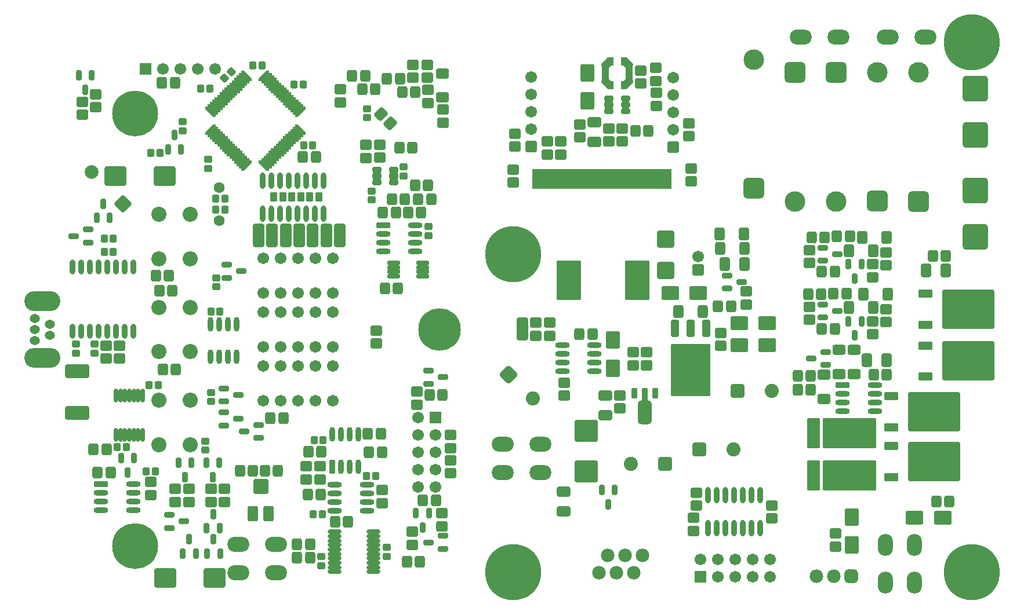
<source format=gts>
%FSTAX26Y26*%
%MOIN*%
%SFA1B1*%

%IPPOS*%
%AMD127*
4,1,8,-0.040200,-0.039400,0.040200,-0.039400,0.051200,-0.028300,0.051200,0.028300,0.040200,0.039400,-0.040200,0.039400,-0.051200,0.028300,-0.051200,-0.028300,-0.040200,-0.039400,0.0*
1,1,0.022180,-0.040200,-0.028300*
1,1,0.022180,0.040200,-0.028300*
1,1,0.022180,0.040200,0.028300*
1,1,0.022180,-0.040200,0.028300*
%
%AMD128*
4,1,8,0.029600,-0.021800,0.029600,0.021800,0.017900,0.033500,-0.017900,0.033500,-0.029600,0.021800,-0.029600,-0.021800,-0.017900,-0.033500,0.017900,-0.033500,0.029600,-0.021800,0.0*
1,1,0.023360,0.017900,-0.021800*
1,1,0.023360,0.017900,0.021800*
1,1,0.023360,-0.017900,0.021800*
1,1,0.023360,-0.017900,-0.021800*
%
%AMD129*
4,1,8,0.026100,0.028600,-0.026100,0.028600,-0.037500,0.017200,-0.037500,-0.017200,-0.026100,-0.028600,0.026100,-0.028600,0.037500,-0.017200,0.037500,0.017200,0.026100,0.028600,0.0*
1,1,0.022760,0.026100,0.017200*
1,1,0.022760,-0.026100,0.017200*
1,1,0.022760,-0.026100,-0.017200*
1,1,0.022760,0.026100,-0.017200*
%
%AMD130*
4,1,8,0.029600,-0.008300,0.029600,0.008300,0.022000,0.015800,-0.022000,0.015800,-0.029600,0.008300,-0.029600,-0.008300,-0.022000,-0.015800,0.022000,-0.015800,0.029600,-0.008300,0.0*
1,1,0.015080,0.022000,-0.008300*
1,1,0.015080,0.022000,0.008300*
1,1,0.015080,-0.022000,0.008300*
1,1,0.015080,-0.022000,-0.008300*
%
%AMD131*
4,1,8,0.029600,-0.027800,0.029600,0.027800,0.017900,0.039400,-0.017900,0.039400,-0.029600,0.027800,-0.029600,-0.027800,-0.017900,-0.039400,0.017900,-0.039400,0.029600,-0.027800,0.0*
1,1,0.023360,0.017900,-0.027800*
1,1,0.023360,0.017900,0.027800*
1,1,0.023360,-0.017900,0.027800*
1,1,0.023360,-0.017900,-0.027800*
%
%AMD132*
4,1,8,0.021800,0.029600,-0.021800,0.029600,-0.033500,0.017900,-0.033500,-0.017900,-0.021800,-0.029600,0.021800,-0.029600,0.033500,-0.017900,0.033500,0.017900,0.021800,0.029600,0.0*
1,1,0.023360,0.021800,0.017900*
1,1,0.023360,-0.021800,0.017900*
1,1,0.023360,-0.021800,-0.017900*
1,1,0.023360,0.021800,-0.017900*
%
%AMD133*
4,1,8,0.049300,-0.036200,0.049300,0.036200,0.036200,0.049300,-0.036200,0.049300,-0.049300,0.036200,-0.049300,-0.036200,-0.036200,-0.049300,0.036200,-0.049300,0.049300,-0.036200,0.0*
1,1,0.026120,0.036200,-0.036200*
1,1,0.026120,0.036200,0.036200*
1,1,0.026120,-0.036200,0.036200*
1,1,0.026120,-0.036200,-0.036200*
%
%AMD134*
4,1,8,-0.028600,0.026100,-0.028600,-0.026100,-0.017200,-0.037500,0.017200,-0.037500,0.028600,-0.026100,0.028600,0.026100,0.017200,0.037500,-0.017200,0.037500,-0.028600,0.026100,0.0*
1,1,0.022760,-0.017200,0.026100*
1,1,0.022760,-0.017200,-0.026100*
1,1,0.022760,0.017200,-0.026100*
1,1,0.022760,0.017200,0.026100*
%
%AMD136*
4,1,8,0.020800,0.033100,-0.020800,0.033100,-0.033500,0.020400,-0.033500,-0.020400,-0.020800,-0.033100,0.020800,-0.033100,0.033500,-0.020400,0.033500,0.020400,0.020800,0.033100,0.0*
1,1,0.025480,0.020800,0.020400*
1,1,0.025480,-0.020800,0.020400*
1,1,0.025480,-0.020800,-0.020400*
1,1,0.025480,0.020800,-0.020400*
%
%AMD137*
4,1,8,0.013800,0.049000,-0.013800,0.049000,-0.023700,0.039100,-0.023700,-0.039100,-0.013800,-0.049000,0.013800,-0.049000,0.023700,-0.039100,0.023700,0.039100,0.013800,0.049000,0.0*
1,1,0.019820,0.013800,0.039100*
1,1,0.019820,-0.013800,0.039100*
1,1,0.019820,-0.013800,-0.039100*
1,1,0.019820,0.013800,-0.039100*
%
%AMD138*
4,1,8,0.104700,0.151600,-0.104700,0.151600,-0.114200,0.142100,-0.114200,-0.142100,-0.104700,-0.151600,0.104700,-0.151600,0.114200,-0.142100,0.114200,0.142100,0.104700,0.151600,0.0*
1,1,0.019020,0.104700,0.142100*
1,1,0.019020,-0.104700,0.142100*
1,1,0.019020,-0.104700,-0.142100*
1,1,0.019020,0.104700,-0.142100*
%
%AMD139*
4,1,8,0.008300,0.029600,-0.008300,0.029600,-0.015800,0.022000,-0.015800,-0.022000,-0.008300,-0.029600,0.008300,-0.029600,0.015800,-0.022000,0.015800,0.022000,0.008300,0.029600,0.0*
1,1,0.015080,0.008300,0.022000*
1,1,0.015080,-0.008300,0.022000*
1,1,0.015080,-0.008300,-0.022000*
1,1,0.015080,0.008300,-0.022000*
%
%AMD140*
4,1,8,-0.149700,0.102900,-0.149700,-0.102900,-0.140300,-0.112300,0.140300,-0.112300,0.149700,-0.102900,0.149700,0.102900,0.140300,0.112300,-0.140300,0.112300,-0.149700,0.102900,0.0*
1,1,0.018820,-0.140300,0.102900*
1,1,0.018820,-0.140300,-0.102900*
1,1,0.018820,0.140300,-0.102900*
1,1,0.018820,0.140300,0.102900*
%
%AMD141*
4,1,8,-0.041400,0.015000,-0.041400,-0.015000,-0.033700,-0.022700,0.033700,-0.022700,0.041400,-0.015000,0.041400,0.015000,0.033700,0.022700,-0.033700,0.022700,-0.041400,0.015000,0.0*
1,1,0.015480,-0.033700,0.015000*
1,1,0.015480,-0.033700,-0.015000*
1,1,0.015480,0.033700,-0.015000*
1,1,0.015480,0.033700,0.015000*
%
%AMD142*
4,1,8,0.071500,-0.103500,0.071500,0.103500,0.060700,0.114200,-0.060700,0.114200,-0.071500,0.103500,-0.071500,-0.103500,-0.060700,-0.114200,0.060700,-0.114200,0.071500,-0.103500,0.0*
1,1,0.021500,0.060700,-0.103500*
1,1,0.021500,0.060700,0.103500*
1,1,0.021500,-0.060700,0.103500*
1,1,0.021500,-0.060700,-0.103500*
%
%AMD143*
4,1,8,-0.039400,0.040200,-0.039400,-0.040200,-0.028300,-0.051200,0.028300,-0.051200,0.039400,-0.040200,0.039400,0.040200,0.028300,0.051200,-0.028300,0.051200,-0.039400,0.040200,0.0*
1,1,0.022180,-0.028300,0.040200*
1,1,0.022180,-0.028300,-0.040200*
1,1,0.022180,0.028300,-0.040200*
1,1,0.022180,0.028300,0.040200*
%
%AMD144*
4,1,8,0.027800,0.029600,-0.027800,0.029600,-0.039400,0.017900,-0.039400,-0.017900,-0.027800,-0.029600,0.027800,-0.029600,0.039400,-0.017900,0.039400,0.017900,0.027800,0.029600,0.0*
1,1,0.023360,0.027800,0.017900*
1,1,0.023360,-0.027800,0.017900*
1,1,0.023360,-0.027800,-0.017900*
1,1,0.023360,0.027800,-0.017900*
%
%AMD145*
4,1,8,0.052000,0.064000,-0.052000,0.064000,-0.068000,0.048000,-0.068000,-0.048000,-0.052000,-0.064000,0.052000,-0.064000,0.068000,-0.048000,0.068000,0.048000,0.052000,0.064000,0.0*
1,1,0.032000,0.052000,0.048000*
1,1,0.032000,-0.052000,0.048000*
1,1,0.032000,-0.052000,-0.048000*
1,1,0.032000,0.052000,-0.048000*
%
%AMD146*
4,1,8,-0.018700,-0.069000,0.018700,-0.069000,0.041400,-0.046300,0.041400,0.046300,0.018700,0.069000,-0.018700,0.069000,-0.041400,0.046300,-0.041400,-0.046300,-0.018700,-0.069000,0.0*
1,1,0.045400,-0.018700,-0.046300*
1,1,0.045400,0.018700,-0.046300*
1,1,0.045400,0.018700,0.046300*
1,1,0.045400,-0.018700,0.046300*
%
%AMD147*
4,1,8,-0.006900,-0.044400,0.006900,-0.044400,0.017800,-0.033500,0.017800,0.033500,0.006900,0.044400,-0.006900,0.044400,-0.017800,0.033500,-0.017800,-0.033500,-0.006900,-0.044400,0.0*
1,1,0.021780,-0.006900,-0.033500*
1,1,0.021780,0.006900,-0.033500*
1,1,0.021780,0.006900,0.033500*
1,1,0.021780,-0.006900,0.033500*
%
%AMD148*
4,1,8,-0.006900,-0.030600,0.006900,-0.030600,0.017800,-0.019700,0.017800,0.019700,0.006900,0.030600,-0.006900,0.030600,-0.017800,0.019700,-0.017800,-0.019700,-0.006900,-0.030600,0.0*
1,1,0.021780,-0.006900,-0.019700*
1,1,0.021780,0.006900,-0.019700*
1,1,0.021780,0.006900,0.019700*
1,1,0.021780,-0.006900,0.019700*
%
%AMD149*
4,1,8,-0.142000,-0.088100,0.142000,-0.088100,0.154400,-0.075600,0.154400,0.075600,0.142000,0.088100,-0.142000,0.088100,-0.154400,0.075600,-0.154400,-0.075600,-0.142000,-0.088100,0.0*
1,1,0.024820,-0.142000,-0.075600*
1,1,0.024820,0.142000,-0.075600*
1,1,0.024820,0.142000,0.075600*
1,1,0.024820,-0.142000,0.075600*
%
%AMD150*
4,1,8,-0.029400,-0.088100,0.029400,-0.088100,0.036700,-0.080800,0.036700,0.080800,0.029400,0.088100,-0.029400,0.088100,-0.036700,0.080800,-0.036700,-0.080800,-0.029400,-0.088100,0.0*
1,1,0.014540,-0.029400,-0.080800*
1,1,0.014540,0.029400,-0.080800*
1,1,0.014540,0.029400,0.080800*
1,1,0.014540,-0.029400,0.080800*
%
%AMD152*
4,1,8,-0.041400,0.008300,-0.041400,-0.008300,-0.033900,-0.015800,0.033900,-0.015800,0.041400,-0.008300,0.041400,0.008300,0.033900,0.015800,-0.033900,0.015800,-0.041400,0.008300,0.0*
1,1,0.015080,-0.033900,0.008300*
1,1,0.015080,-0.033900,-0.008300*
1,1,0.015080,0.033900,-0.008300*
1,1,0.015080,0.033900,0.008300*
%
%AMD154*
4,1,8,-0.025700,0.010200,-0.025700,-0.010200,-0.019100,-0.016800,0.019100,-0.016800,0.025700,-0.010200,0.025700,0.010200,0.019100,0.016800,-0.019100,0.016800,-0.025700,0.010200,0.0*
1,1,0.013120,-0.019100,0.010200*
1,1,0.013120,-0.019100,-0.010200*
1,1,0.013120,0.019100,-0.010200*
1,1,0.013120,0.019100,0.010200*
%
%AMD155*
4,1,8,0.012600,0.021100,-0.012600,0.021100,-0.021700,0.012000,-0.021700,-0.012000,-0.012600,-0.021100,0.012600,-0.021100,0.021700,-0.012000,0.021700,0.012000,0.012600,0.021100,0.0*
1,1,0.018280,0.012600,0.012000*
1,1,0.018280,-0.012600,0.012000*
1,1,0.018280,-0.012600,-0.012000*
1,1,0.018280,0.012600,-0.012000*
%
%AMD156*
4,1,8,0.016100,0.013000,-0.016100,0.013000,-0.021000,0.008100,-0.021000,-0.008100,-0.016100,-0.013000,0.016100,-0.013000,0.021000,-0.008100,0.021000,0.008100,0.016100,0.013000,0.0*
1,1,0.009800,0.016100,0.008100*
1,1,0.009800,-0.016100,0.008100*
1,1,0.009800,-0.016100,-0.008100*
1,1,0.009800,0.016100,-0.008100*
%
%AMD157*
4,1,8,0.056300,0.039400,-0.056300,0.039400,-0.070900,0.024800,-0.070900,-0.024800,-0.056300,-0.039400,0.056300,-0.039400,0.070900,-0.024800,0.070900,0.024800,0.056300,0.039400,0.0*
1,1,0.029260,0.056300,0.024800*
1,1,0.029260,-0.056300,0.024800*
1,1,0.029260,-0.056300,-0.024800*
1,1,0.029260,0.056300,-0.024800*
%
%AMD159*
4,1,8,0.021100,-0.012600,0.021100,0.012600,0.012000,0.021700,-0.012000,0.021700,-0.021100,0.012600,-0.021100,-0.012600,-0.012000,-0.021700,0.012000,-0.021700,0.021100,-0.012600,0.0*
1,1,0.018280,0.012000,-0.012600*
1,1,0.018280,0.012000,0.012600*
1,1,0.018280,-0.012000,0.012600*
1,1,0.018280,-0.012000,-0.012600*
%
%AMD161*
4,1,8,-0.048400,-0.057100,0.048400,-0.057100,0.063100,-0.042500,0.063100,0.042500,0.048400,0.057100,-0.048400,0.057100,-0.063100,0.042500,-0.063100,-0.042500,-0.048400,-0.057100,0.0*
1,1,0.029260,-0.048400,-0.042500*
1,1,0.029260,0.048400,-0.042500*
1,1,0.029260,0.048400,0.042500*
1,1,0.029260,-0.048400,0.042500*
%
%AMD162*
4,1,8,0.005500,-0.036300,0.036300,-0.005500,0.036300,0.011000,0.011000,0.036300,-0.005500,0.036300,-0.036300,0.005500,-0.036300,-0.011000,-0.011000,-0.036300,0.005500,-0.036300,0.0*
1,1,0.023360,-0.002800,-0.028100*
1,1,0.023360,0.028100,0.002800*
1,1,0.023360,0.002800,0.028100*
1,1,0.023360,-0.028100,-0.002800*
%
%AMD163*
4,1,8,-0.008300,-0.041400,0.008300,-0.041400,0.015800,-0.033900,0.015800,0.033900,0.008300,0.041400,-0.008300,0.041400,-0.015800,0.033900,-0.015800,-0.033900,-0.008300,-0.041400,0.0*
1,1,0.015080,-0.008300,-0.033900*
1,1,0.015080,0.008300,-0.033900*
1,1,0.015080,0.008300,0.033900*
1,1,0.015080,-0.008300,0.033900*
%
%AMD166*
4,1,8,-0.031500,-0.043400,0.031500,-0.043400,0.043400,-0.031500,0.043400,0.031500,0.031500,0.043400,-0.031500,0.043400,-0.043400,0.031500,-0.043400,-0.031500,-0.031500,-0.043400,0.0*
1,1,0.023740,-0.031500,-0.031500*
1,1,0.023740,0.031500,-0.031500*
1,1,0.023740,0.031500,0.031500*
1,1,0.023740,-0.031500,0.031500*
%
%AMD167*
4,1,8,-0.020500,-0.043400,0.020500,-0.043400,0.029600,-0.034200,0.029600,0.034200,0.020500,0.043400,-0.020500,0.043400,-0.029600,0.034200,-0.029600,-0.034200,-0.020500,-0.043400,0.0*
1,1,0.018240,-0.020500,-0.034200*
1,1,0.018240,0.020500,-0.034200*
1,1,0.018240,0.020500,0.034200*
1,1,0.018240,-0.020500,0.034200*
%
%AMD169*
4,1,4,0.013600,-0.028400,0.028400,-0.013600,-0.013600,0.028400,-0.028400,0.013600,0.013600,-0.028400,0.0*
1,1,0.020870,0.021000,-0.021000*
1,1,0.020870,-0.021000,0.021000*
%
%AMD170*
4,1,4,0.028400,0.013600,0.013600,0.028400,-0.028400,-0.013600,-0.013600,-0.028400,0.028400,0.013600,0.0*
1,1,0.020870,0.021000,0.021000*
1,1,0.020870,-0.021000,-0.021000*
%
%AMD171*
4,1,8,-0.023800,-0.006000,-0.006000,-0.023800,0.006900,-0.023800,0.023800,-0.006900,0.023800,0.006000,0.006000,0.023800,-0.006900,0.023800,-0.023800,0.006900,-0.023800,-0.006000,0.0*
1,1,0.018280,-0.017400,0.000400*
1,1,0.018280,0.000400,-0.017400*
1,1,0.018280,0.017400,-0.000400*
1,1,0.018280,-0.000400,0.017400*
%
%AMD174*
4,1,8,-0.025500,-0.040400,0.025500,-0.040400,0.040400,-0.025500,0.040400,0.025500,0.025500,0.040400,-0.025500,0.040400,-0.040400,0.025500,-0.040400,-0.025500,-0.025500,-0.040400,0.0*
1,1,0.029860,-0.025500,-0.025500*
1,1,0.029860,0.025500,-0.025500*
1,1,0.029860,0.025500,0.025500*
1,1,0.029860,-0.025500,0.025500*
%
%AMD177*
4,1,8,0.059100,-0.038600,0.059100,0.038600,0.038600,0.059100,-0.038600,0.059100,-0.059100,0.038600,-0.059100,-0.038600,-0.038600,-0.059100,0.038600,-0.059100,0.059100,-0.038600,0.0*
1,1,0.041080,0.038600,-0.038600*
1,1,0.041080,0.038600,0.038600*
1,1,0.041080,-0.038600,0.038600*
1,1,0.041080,-0.038600,-0.038600*
%
%AMD179*
4,1,8,0.072900,-0.055100,0.072900,0.055100,0.055100,0.072900,-0.055100,0.072900,-0.072900,0.055100,-0.072900,-0.055100,-0.055100,-0.072900,0.055100,-0.072900,0.072900,-0.055100,0.0*
1,1,0.035560,0.055100,-0.055100*
1,1,0.035560,0.055100,0.055100*
1,1,0.035560,-0.055100,0.055100*
1,1,0.035560,-0.055100,-0.055100*
%
%AMD180*
4,1,8,0.046600,0.010500,0.010500,0.046600,-0.010500,0.046600,-0.046600,0.010500,-0.046600,-0.010500,-0.010500,-0.046600,0.010500,-0.046600,0.046600,-0.010500,0.046600,0.010500,0.0*
1,1,0.029860,0.036100,0.000000*
1,1,0.029860,0.000000,0.036100*
1,1,0.029860,-0.036100,0.000000*
1,1,0.029860,0.000000,-0.036100*
%
%AMD182*
4,1,8,-0.033500,0.020700,-0.033500,-0.020700,-0.020700,-0.033500,0.020700,-0.033500,0.033500,-0.020700,0.033500,0.020700,0.020700,0.033500,-0.020700,0.033500,-0.033500,0.020700,0.0*
1,1,0.025720,-0.020700,0.020700*
1,1,0.025720,-0.020700,-0.020700*
1,1,0.025720,0.020700,-0.020700*
1,1,0.025720,0.020700,0.020700*
%
%AMD186*
4,1,8,-0.017500,-0.039000,0.017500,-0.039000,0.039000,-0.017500,0.039000,0.017500,0.017500,0.039000,-0.017500,0.039000,-0.039000,0.017500,-0.039000,-0.017500,-0.017500,-0.039000,0.0*
1,1,0.043000,-0.017500,-0.017500*
1,1,0.043000,0.017500,-0.017500*
1,1,0.043000,0.017500,0.017500*
1,1,0.043000,-0.017500,0.017500*
%
%AMD191*
4,1,8,0.045400,0.010300,0.010300,0.045400,-0.010300,0.045400,-0.045400,0.010300,-0.045400,-0.010300,-0.010300,-0.045400,0.010300,-0.045400,0.045400,-0.010300,0.045400,0.010300,0.0*
1,1,0.029260,0.035100,0.000000*
1,1,0.029260,0.000000,0.035100*
1,1,0.029260,-0.035100,0.000000*
1,1,0.029260,0.000000,-0.035100*
%
%ADD121R,0.066000X0.028000*%
%ADD122R,0.799210X0.115160*%
%ADD123R,0.045000X0.088000*%
%ADD124R,0.043000X0.089000*%
%ADD125R,0.046000X0.104000*%
%ADD126R,0.042000X0.022000*%
G04~CAMADD=127~8~0.0~0.0~1024.9~788.7~110.9~0.0~15~0.0~0.0~0.0~0.0~0~0.0~0.0~0.0~0.0~0~0.0~0.0~0.0~180.0~1024.0~788.0*
%ADD127D127*%
G04~CAMADD=128~8~0.0~0.0~670.6~591.8~116.8~0.0~15~0.0~0.0~0.0~0.0~0~0.0~0.0~0.0~0.0~0~0.0~0.0~0.0~270.0~592.0~670.0*
%ADD128D128*%
G04~CAMADD=129~8~0.0~0.0~749.3~572.1~113.8~0.0~15~0.0~0.0~0.0~0.0~0~0.0~0.0~0.0~0.0~0~0.0~0.0~0.0~0.0~749.3~572.1*
%ADD129D129*%
G04~CAMADD=130~8~0.0~0.0~316.2~591.8~75.4~0.0~15~0.0~0.0~0.0~0.0~0~0.0~0.0~0.0~0.0~0~0.0~0.0~0.0~270.0~592.0~316.0*
%ADD130D130*%
G04~CAMADD=131~8~0.0~0.0~788.7~591.8~116.8~0.0~15~0.0~0.0~0.0~0.0~0~0.0~0.0~0.0~0.0~0~0.0~0.0~0.0~270.0~592.0~788.0*
%ADD131D131*%
G04~CAMADD=132~8~0.0~0.0~670.6~591.8~116.8~0.0~15~0.0~0.0~0.0~0.0~0~0.0~0.0~0.0~0.0~0~0.0~0.0~0.0~0.0~670.6~591.8*
%ADD132D132*%
G04~CAMADD=133~8~0.0~0.0~985.5~985.5~130.6~0.0~15~0.0~0.0~0.0~0.0~0~0.0~0.0~0.0~0.0~0~0.0~0.0~0.0~270.0~986.0~986.0*
%ADD133D133*%
G04~CAMADD=134~8~0.0~0.0~749.3~572.1~113.8~0.0~15~0.0~0.0~0.0~0.0~0~0.0~0.0~0.0~0.0~0~0.0~0.0~0.0~90.0~572.0~750.0*
%ADD134D134*%
%ADD135O,0.082800X0.031620*%
G04~CAMADD=136~8~0.0~0.0~670.6~662.7~127.4~0.0~15~0.0~0.0~0.0~0.0~0~0.0~0.0~0.0~0.0~0~0.0~0.0~0.0~0.0~670.6~662.7*
%ADD136D136*%
G04~CAMADD=137~8~0.0~0.0~473.7~980.0~99.1~0.0~15~0.0~0.0~0.0~0.0~0~0.0~0.0~0.0~0.0~0~0.0~0.0~0.0~0.0~473.7~980.0*
%ADD137D137*%
G04~CAMADD=138~8~0.0~0.0~2284.7~3032.8~95.1~0.0~15~0.0~0.0~0.0~0.0~0~0.0~0.0~0.0~0.0~0~0.0~0.0~0.0~0.0~2284.7~3032.8*
%ADD138D138*%
G04~CAMADD=139~8~0.0~0.0~316.2~591.8~75.4~0.0~15~0.0~0.0~0.0~0.0~0~0.0~0.0~0.0~0.0~0~0.0~0.0~0.0~0.0~316.2~591.8*
%ADD139D139*%
G04~CAMADD=140~8~0.0~0.0~2245.3~2993.4~94.1~0.0~15~0.0~0.0~0.0~0.0~0~0.0~0.0~0.0~0.0~0~0.0~0.0~0.0~90.0~2994.0~2246.0*
%ADD140D140*%
G04~CAMADD=141~8~0.0~0.0~454.0~828.0~77.4~0.0~15~0.0~0.0~0.0~0.0~0~0.0~0.0~0.0~0.0~0~0.0~0.0~0.0~90.0~828.0~454.0*
%ADD141D141*%
G04~CAMADD=142~8~0.0~0.0~2284.7~1430.0~107.5~0.0~15~0.0~0.0~0.0~0.0~0~0.0~0.0~0.0~0.0~0~0.0~0.0~0.0~270.0~1430.0~2284.0*
%ADD142D142*%
G04~CAMADD=143~8~0.0~0.0~1024.9~788.7~110.9~0.0~15~0.0~0.0~0.0~0.0~0~0.0~0.0~0.0~0.0~0~0.0~0.0~0.0~90.0~788.0~1024.0*
%ADD143D143*%
G04~CAMADD=144~8~0.0~0.0~788.7~591.8~116.8~0.0~15~0.0~0.0~0.0~0.0~0~0.0~0.0~0.0~0.0~0~0.0~0.0~0.0~0.0~788.7~591.8*
%ADD144D144*%
G04~CAMADD=145~8~0.0~0.0~1359.5~1280.0~160.0~0.0~15~0.0~0.0~0.0~0.0~0~0.0~0.0~0.0~0.0~0~0.0~0.0~0.0~0.0~1359.5~1280.0*
%ADD145D145*%
G04~CAMADD=146~8~0.0~0.0~828.0~1379.2~227.0~0.0~15~0.0~0.0~0.0~0.0~0~0.0~0.0~0.0~0.0~0~0.0~0.0~0.0~180.0~829.0~1380.0*
%ADD146D146*%
G04~CAMADD=147~8~0.0~0.0~355.6~888.7~108.9~0.0~15~0.0~0.0~0.0~0.0~0~0.0~0.0~0.0~0.0~0~0.0~0.0~0.0~180.0~356.0~889.0*
%ADD147D147*%
G04~CAMADD=148~8~0.0~0.0~355.6~611.5~108.9~0.0~15~0.0~0.0~0.0~0.0~0~0.0~0.0~0.0~0.0~0~0.0~0.0~0.0~180.0~356.0~612.0*
%ADD148D148*%
G04~CAMADD=149~8~0.0~0.0~3087.9~1761.1~124.1~0.0~15~0.0~0.0~0.0~0.0~0~0.0~0.0~0.0~0.0~0~0.0~0.0~0.0~180.0~3088.0~1761.0*
%ADD149D149*%
G04~CAMADD=150~8~0.0~0.0~733.5~1761.1~72.7~0.0~15~0.0~0.0~0.0~0.0~0~0.0~0.0~0.0~0.0~0~0.0~0.0~0.0~180.0~734.0~1762.0*
%ADD150D150*%
%ADD151O,0.031620X0.094610*%
G04~CAMADD=152~8~0.0~0.0~316.2~828.0~75.4~0.0~15~0.0~0.0~0.0~0.0~0~0.0~0.0~0.0~0.0~0~0.0~0.0~0.0~90.0~828.0~316.0*
%ADD152D152*%
%ADD153R,0.043430X0.106420*%
G04~CAMADD=154~8~0.0~0.0~335.9~513.1~65.6~0.0~15~0.0~0.0~0.0~0.0~0~0.0~0.0~0.0~0.0~0~0.0~0.0~0.0~90.0~514.0~336.0*
%ADD154D154*%
G04~CAMADD=155~8~0.0~0.0~434.3~422.5~91.4~0.0~15~0.0~0.0~0.0~0.0~0~0.0~0.0~0.0~0.0~0~0.0~0.0~0.0~0.0~434.3~422.5*
%ADD155D155*%
G04~CAMADD=156~8~0.0~0.0~420.0~260.0~49.0~0.0~15~0.0~0.0~0.0~0.0~0~0.0~0.0~0.0~0.0~0~0.0~0.0~0.0~0.0~420.0~260.0*
%ADD156D156*%
G04~CAMADD=157~8~0.0~0.0~1418.6~788.7~146.3~0.0~15~0.0~0.0~0.0~0.0~0~0.0~0.0~0.0~0.0~0~0.0~0.0~0.0~0.0~1418.6~788.7*
%ADD157D157*%
%ADD158O,0.031620X0.086740*%
G04~CAMADD=159~8~0.0~0.0~434.3~422.5~91.4~0.0~15~0.0~0.0~0.0~0.0~0~0.0~0.0~0.0~0.0~0~0.0~0.0~0.0~270.0~423.0~434.0*
%ADD159D159*%
%ADD160O,0.077170X0.026240*%
G04~CAMADD=161~8~0.0~0.0~1261.1~1143.0~146.3~0.0~15~0.0~0.0~0.0~0.0~0~0.0~0.0~0.0~0.0~0~0.0~0.0~0.0~180.0~1262.0~1143.0*
%ADD161D161*%
G04~CAMADD=162~8~0.0~0.0~670.6~591.8~116.8~0.0~15~0.0~0.0~0.0~0.0~0~0.0~0.0~0.0~0.0~0~0.0~0.0~0.0~225.0~797.0~795.0*
%ADD162D162*%
G04~CAMADD=163~8~0.0~0.0~316.2~828.0~75.4~0.0~15~0.0~0.0~0.0~0.0~0~0.0~0.0~0.0~0.0~0~0.0~0.0~0.0~180.0~316.0~828.0*
%ADD163D163*%
%ADD164O,0.031620X0.082800*%
%ADD165O,0.078930X0.025780*%
G04~CAMADD=166~8~0.0~0.0~867.4~867.4~118.7~0.0~15~0.0~0.0~0.0~0.0~0~0.0~0.0~0.0~0.0~0~0.0~0.0~0.0~180.0~868.0~868.0*
%ADD166D166*%
G04~CAMADD=167~8~0.0~0.0~591.8~867.4~91.2~0.0~15~0.0~0.0~0.0~0.0~0~0.0~0.0~0.0~0.0~0~0.0~0.0~0.0~180.0~592.0~868.0*
%ADD167D167*%
%ADD168O,0.025780X0.078930*%
G04~CAMADD=169~3~0.0~0.0~208.7~803.2~0.0~0.0~0~0.0~0.0~0.0~0.0~0~0.0~0.0~0.0~0.0~0~0.0~0.0~0.0~225.0~628.0~628.0*
%ADD169D169*%
G04~CAMADD=170~3~0.0~0.0~208.7~803.2~0.0~0.0~0~0.0~0.0~0.0~0.0~0~0.0~0.0~0.0~0.0~0~0.0~0.0~0.0~315.0~628.0~628.0*
%ADD170D170*%
G04~CAMADD=171~8~0.0~0.0~434.3~422.5~91.4~0.0~15~0.0~0.0~0.0~0.0~0~0.0~0.0~0.0~0.0~0~0.0~0.0~0.0~135.0~528.0~529.0*
%ADD171D171*%
%ADD172O,0.126110X0.086740*%
%ADD173C,0.080830*%
G04~CAMADD=174~8~0.0~0.0~808.3~808.3~149.3~0.0~15~0.0~0.0~0.0~0.0~0~0.0~0.0~0.0~0.0~0~0.0~0.0~0.0~180.0~808.0~808.0*
%ADD174D174*%
%ADD175C,0.078000*%
%ADD176C,0.118240*%
G04~CAMADD=177~8~0.0~0.0~1182.4~1182.4~205.4~0.0~15~0.0~0.0~0.0~0.0~0~0.0~0.0~0.0~0.0~0~0.0~0.0~0.0~270.0~1182.0~1182.0*
%ADD177D177*%
%ADD178O,0.086740X0.126110*%
G04~CAMADD=179~8~0.0~0.0~1457.9~1457.9~177.8~0.0~15~0.0~0.0~0.0~0.0~0~0.0~0.0~0.0~0.0~0~0.0~0.0~0.0~270.0~1458.0~1458.0*
%ADD179D179*%
G04~CAMADD=180~8~0.0~0.0~808.3~808.3~149.3~0.0~15~0.0~0.0~0.0~0.0~0~0.0~0.0~0.0~0.0~0~0.0~0.0~0.0~315.0~1018.0~1017.0*
%ADD180D180*%
%ADD181C,0.322000*%
G04~CAMADD=182~8~0.0~0.0~670.6~670.6~128.6~0.0~15~0.0~0.0~0.0~0.0~0~0.0~0.0~0.0~0.0~0~0.0~0.0~0.0~90.0~670.0~670.0*
%ADD182D182*%
%ADD183C,0.067060*%
%ADD184R,0.067060X0.067060*%
%ADD185C,0.067060*%
G04~CAMADD=186~8~0.0~0.0~780.0~780.0~215.0~0.0~15~0.0~0.0~0.0~0.0~0~0.0~0.0~0.0~0.0~0~0.0~0.0~0.0~180.0~780.0~780.0*
%ADD186D186*%
%ADD187C,0.063120*%
%ADD188C,0.086740*%
%ADD189R,0.067060X0.067060*%
%ADD190C,0.078870*%
G04~CAMADD=191~8~0.0~0.0~788.7~788.7~146.3~0.0~15~0.0~0.0~0.0~0.0~0~0.0~0.0~0.0~0.0~0~0.0~0.0~0.0~315.0~992.0~991.0*
%ADD191D191*%
%ADD192C,0.244220*%
%ADD193C,0.263900*%
%ADD194O,0.059180X0.051310*%
%ADD195O,0.206850X0.114330*%
%LNunisolder52_full-1*%
%LPD*%
G36*
X0466304Y0571591D02*
X0466329Y0571589D01*
X0466331*
X0466333*
X0466356Y0571584*
X0466381Y057158*
X0466382Y0571579*
X0466384*
X0466407Y0571571*
X046643Y0571563*
X0466432Y0571562*
X0466434*
X0466456Y0571551*
X0466477Y057154*
X0466479Y0571539*
X0466481Y0571538*
X0466501Y0571525*
X0466521Y0571512*
X0466523Y057151*
X0466524Y0571509*
X0466543Y0571493*
X0466561Y0571477*
X0466562Y0571476*
X0466564Y0571475*
X0467824Y0570214*
X0468938*
X046899Y0570211*
X0469041Y0570201*
X0469091Y0570184*
X0469138Y0570161*
X0469182Y0570131*
X0469221Y0570097*
X0469256Y0570057*
X0469285Y0570014*
X0469308Y0569967*
X0469325Y0569917*
X0469335Y0569866*
X0469339Y0569813*
Y0566073*
X0469335Y0566021*
X0469325Y056597*
X0469308Y056592*
X0469285Y0565873*
X0469256Y0565829*
X0469221Y056579*
X0469182Y0565755*
X0469138Y0565726*
X0469091Y0565703*
X0469041Y0565686*
X046899Y0565676*
X0468938Y0565672*
X0465985*
X0465933Y0565676*
X0465881Y0565686*
X0465832Y0565703*
X0465785Y0565726*
X0465741Y0565755*
X0465702Y056579*
X0462454Y0569038*
X0462419Y0569077*
X046239Y0569121*
X0462367Y0569168*
X046235Y0569217*
X0462339Y0569269*
X0462336Y0569321*
Y0570207*
X0462338Y0570232*
X0462339Y0570256*
Y0570258*
Y0570259*
X0462344Y0570284*
X0462349Y0570307*
Y0570309*
X046235Y0570311*
X0462358Y0570334*
X0462365Y0570357*
X0462366Y0570359*
X0462367Y0570361*
X0462378Y0570382*
X0462388Y0570404*
X0462389Y0570406*
X046239Y0570407*
X0462403Y0570428*
X0462417Y0570448*
X0462418Y057045*
X0462419Y0570451*
X0462435Y057047*
X0462451Y0570488*
X0462452Y0570489*
X0462454Y0570491*
X0462472Y0570507*
X046249Y0570523*
X0462492Y0570524*
X0462493Y0570525*
X0462513Y0570539*
X0462533Y0570552*
X0462535Y0570553*
X0462536Y0570554*
X0462558Y0570565*
X046258Y0570576*
X0462582Y0570577*
X0462584*
X0462606Y0570585*
X046263Y0570593*
X0466173Y0571578*
X0466175*
X0466177Y0571579*
X04662Y0571583*
X0466224Y0571588*
X0466226*
X0466228Y0571589*
X0466253Y057159*
X0466277Y0571592*
X0466278*
X046628*
X0466304Y0571591*
G37*
G36*
X0476518Y0571592D02*
X047652D01*
X0476544Y057159*
X0476569Y0571589*
X0476571Y0571588*
X0476573*
X0476596Y0571583*
X047662Y0571579*
X0476622Y0571578*
X0476624*
X0480167Y0570593*
X048019Y0570585*
X0480213Y0570577*
X0480215*
X0480217Y0570576*
X0480239Y0570565*
X048026Y0570554*
X0480262Y0570553*
X0480263Y0570552*
X0480284Y0570539*
X0480304Y0570525*
X0480305Y0570524*
X0480307Y0570523*
X0480325Y0570507*
X0480343Y0570491*
X0480344Y0570489*
X0480346Y0570488*
X0480362Y057047*
X0480378Y0570451*
X0480379Y057045*
X048038Y0570448*
X0480394Y0570428*
X0480407Y0570407*
X0480408Y0570406*
X0480409Y0570404*
X0480419Y0570382*
X048043Y0570361*
X0480431Y0570359*
X0480432Y0570357*
X0480439Y0570334*
X0480447Y0570311*
Y0570309*
X0480448Y0570307*
X0480452Y0570284*
X0480457Y0570259*
Y0570258*
X0480458Y0570256*
X0480459Y0570232*
X0480461Y0570207*
Y0569321*
X0480457Y0569269*
X0480447Y0569217*
X048043Y0569168*
X0480407Y0569121*
X0480378Y0569077*
X0480343Y0569038*
X0477095Y056579*
X0477056Y0565755*
X0477012Y0565726*
X0476965Y0565703*
X0476916Y0565686*
X0476864Y0565676*
X0476812Y0565672*
X0473859*
X0473807Y0565676*
X0473755Y0565686*
X0473706Y0565703*
X0473659Y0565726*
X0473615Y0565755*
X0473576Y056579*
X0473541Y0565829*
X0473512Y0565873*
X0473489Y056592*
X0473472Y056597*
X0473462Y0566021*
X0473458Y0566073*
Y0569813*
X0473462Y0569866*
X0473472Y0569917*
X0473489Y0569967*
X0473512Y0570014*
X0473541Y0570057*
X0473576Y0570097*
X0473615Y0570131*
X0473659Y0570161*
X0473706Y0570184*
X0473755Y0570201*
X0473807Y0570211*
X0473859Y0570214*
X0474972*
X0476233Y0571475*
X0476234Y0571476*
X0476236Y0571477*
X0476254Y0571493*
X0476272Y0571509*
X0476274Y057151*
X0476275Y0571512*
X0476296Y0571525*
X0476316Y0571538*
X0476318Y0571539*
X0476319Y057154*
X0476341Y0571551*
X0476363Y0571562*
X0476365*
X0476367Y0571563*
X047639Y0571571*
X0476413Y0571579*
X0476414*
X0476416Y057158*
X0476441Y0571584*
X0476464Y0571589*
X0476466*
X0476468*
X0476493Y0571591*
X0476516Y0571592*
X0476518*
G37*
G36*
X0476864Y0583793D02*
X0476916Y0583783D01*
X0476965Y0583766*
X0477012Y0583743*
X0477056Y0583714*
X0477095Y058368*
X0480343Y0580432*
X0480378Y0580392*
X0480407Y0580348*
X048043Y0580302*
X0480447Y0580252*
X0480457Y05802*
X0480461Y0580148*
Y0579262*
X0480459Y0579238*
X0480458Y0579214*
X0480457Y0579212*
Y057921*
X0480452Y0579186*
X0480448Y0579162*
X0480447Y057916*
Y0579158*
X0480439Y0579135*
X0480432Y0579112*
X0480431Y0579111*
X048043Y0579109*
X0480419Y0579087*
X0480409Y0579065*
X0480408Y0579063*
X0480407Y0579062*
X0480394Y0579042*
X048038Y0579021*
X0480379Y057902*
X0480378Y0579018*
X0480362Y0579*
X0480346Y0578981*
X0480344Y057898*
X0480343Y0578979*
X0480325Y0578963*
X0480307Y0578946*
X0480305Y0578945*
X0480304Y0578944*
X0480284Y0578931*
X0480263Y0578917*
X0480262Y0578916*
X048026Y0578915*
X0480239Y0578904*
X0480217Y0578893*
X0480215*
X0480213Y0578892*
X048019Y0578884*
X0480167Y0578876*
X0476624Y0577892*
X0476622Y0577891*
X047662*
X0476596Y0577886*
X0476573Y0577881*
X0476571*
X0476569*
X0476544Y0577879*
X047652Y0577877*
X0476518*
X0476516*
X0476493Y0577879*
X0476468Y057788*
X0476466*
X0476464Y0577881*
X0476441Y0577885*
X0476416Y057789*
X0476414*
X0476413Y0577891*
X047639Y0577899*
X0476367Y0577906*
X0476365Y0577907*
X0476363Y0577908*
X0476341Y0577919*
X0476319Y0577929*
X0476318Y057793*
X0476316Y0577931*
X0476296Y0577945*
X0476275Y0577958*
X0476274Y0577959*
X0476272Y057796*
X0476254Y0577976*
X0476236Y0577992*
X0476234Y0577993*
X0476233Y0577994*
X0474972Y0579255*
X0473859*
X0473807Y0579258*
X0473755Y0579269*
X0473706Y0579286*
X0473659Y0579309*
X0473615Y0579338*
X0473576Y0579373*
X0473541Y0579412*
X0473512Y0579456*
X0473489Y0579502*
X0473472Y0579552*
X0473462Y0579604*
X0473458Y0579656*
Y0583396*
X0473462Y0583448*
X0473472Y05835*
X0473489Y0583549*
X0473512Y0583597*
X0473541Y058364*
X0473576Y058368*
X0473615Y0583714*
X0473659Y0583743*
X0473706Y0583766*
X0473755Y0583783*
X0473807Y0583793*
X0473859Y0583797*
X0476812*
X0476864Y0583793*
G37*
G36*
X046899D02*
X0469041Y0583783D01*
X0469091Y0583766*
X0469138Y0583743*
X0469182Y0583714*
X0469221Y058368*
X0469256Y058364*
X0469285Y0583597*
X0469308Y0583549*
X0469325Y05835*
X0469335Y0583448*
X0469339Y0583396*
Y0579656*
X0469335Y0579604*
X0469325Y0579552*
X0469308Y0579502*
X0469285Y0579456*
X0469256Y0579412*
X0469221Y0579373*
X0469182Y0579338*
X0469138Y0579309*
X0469091Y0579286*
X0469041Y0579269*
X046899Y0579258*
X0468938Y0579255*
X0467824*
X0466564Y0577994*
X0466562Y0577993*
X0466561Y0577992*
X0466543Y0577976*
X0466524Y057796*
X0466523Y0577959*
X0466521Y0577958*
X0466501Y0577945*
X0466481Y0577931*
X0466479Y057793*
X0466477Y0577929*
X0466456Y0577919*
X0466434Y0577908*
X0466432Y0577907*
X046643Y0577906*
X0466407Y0577899*
X0466384Y0577891*
X0466382Y057789*
X0466381*
X0466356Y0577885*
X0466333Y0577881*
X0466331Y057788*
X0466329*
X0466304Y0577879*
X046628Y0577877*
X0466278*
X0466277*
X0466253Y0577879*
X0466228Y0577881*
X0466226*
X0466224*
X04662Y0577886*
X0466177Y0577891*
X0466175*
X0466173Y0577892*
X046263Y0578876*
X0462606Y0578884*
X0462584Y0578892*
X0462582Y0578893*
X046258*
X0462558Y0578904*
X0462536Y0578915*
X0462535Y0578916*
X0462533Y0578917*
X0462513Y0578931*
X0462493Y0578944*
X0462492Y0578945*
X046249Y0578946*
X0462472Y0578963*
X0462454Y0578979*
X0462452Y057898*
X0462451Y0578981*
X0462435Y0579*
X0462419Y0579018*
X0462418Y057902*
X0462417Y0579021*
X0462403Y0579042*
X046239Y0579062*
X0462389Y0579063*
X0462388Y0579065*
X0462378Y0579087*
X0462367Y0579109*
X0462366Y0579111*
X0462365Y0579112*
X0462358Y0579135*
X046235Y0579158*
X0462349Y057916*
Y0579162*
X0462344Y0579186*
X0462339Y057921*
Y0579212*
Y0579214*
X0462338Y0579238*
X0462336Y0579262*
Y0580148*
X0462339Y05802*
X046235Y0580252*
X0462367Y0580302*
X046239Y0580348*
X0462419Y0580392*
X0462454Y0580432*
X0465702Y058368*
X0465741Y0583714*
X0465785Y0583743*
X0465832Y0583766*
X0465881Y0583783*
X0465933Y0583793*
X0465985Y0583797*
X0468938*
X046899Y0583793*
G37*
G54D121*
X04169Y0427421D03*
X0311891Y0481375D03*
X0304091D03*
X0296351D03*
X0265218Y0481342D03*
X0272991Y0481375D03*
X0288591D03*
X0280791D03*
G54D122*
X0462609Y0513829D03*
G54D123*
X0466648Y0556542D03*
G54D124*
X0476148Y0556588D03*
G54D125*
X0342791Y0515565D03*
X0333391D03*
G54D126*
X03Y0503544D03*
X0284304Y0503465D03*
X0279102D03*
X0273901D03*
X0289506D03*
X0294707D03*
G54D127*
X0541535Y0418307D03*
X0557677D03*
Y0430709D03*
X0541535D03*
X0518024Y0448269D03*
X0501883D03*
X0642323Y0318898D03*
X0658465D03*
G54D128*
X0575098Y0400393D03*
X0582579D03*
X0575098Y0392618D03*
X0582579D03*
X0618799Y0401279D03*
X062628D03*
X0605118Y0480709D03*
X0597638D03*
X0449701Y0424588D03*
X0457181D03*
X0589075Y0460434D03*
X0596555D03*
X0652854Y0469488D03*
X0660335D03*
X0536811Y0440453D03*
X052933D03*
X0662321Y0328235D03*
X0654841D03*
X0589075Y0427658D03*
X0596555D03*
X060315Y0447933D03*
X0595669D03*
X0581201Y0447638D03*
X0588681D03*
X0583169Y0480315D03*
X059065D03*
X0489272Y0541634D03*
X0481791D03*
X0356988Y0502264D03*
X0364469D03*
X0335531Y0367065D03*
X0328051D03*
X0336132Y0356665D03*
X0328651D03*
X0172717Y0344765D03*
X0180197D03*
X0301331Y0356965D03*
X0293851D03*
X0294882Y0295866D03*
X0287402D03*
X0355216Y0510039D03*
X0362697D03*
X0276331Y0345702D03*
X0268851D03*
X0344181Y0494465D03*
X0336701D03*
X034626Y0531988D03*
X035374D03*
X0358581Y0494465D03*
X0351101D03*
X0349311Y0502264D03*
X0341831D03*
X0279532Y0376142D03*
X0272051D03*
X0370932Y0389665D03*
X0363451D03*
X0367225Y0328838D03*
X0359744D03*
X0300932Y0332365D03*
X0293451D03*
X020612Y0458365D03*
X02136D03*
X0208187Y0449565D03*
X0215667D03*
X021012Y0404365D03*
X02176D03*
X0217131Y0569365D03*
X0209651D03*
X0347751Y0563865D03*
X0355231D03*
X0290651Y0526665D03*
X0298131D03*
X0170353Y0358265D03*
X0177833D03*
X0357972Y0293602D03*
X0350492D03*
X0346532Y0571665D03*
X0339051D03*
X0261931Y0345702D03*
X0254451D03*
X0316632Y0316465D03*
X0309151D03*
X0318951Y0573265D03*
X0326431D03*
X0332314Y0565506D03*
X0324833D03*
X0294882Y0303642D03*
X0287402D03*
X0345276Y0450984D03*
X0337795D03*
G54D129*
X0598917Y0415453D03*
Y0401476D03*
X0590354Y0387106D03*
Y0401083D03*
X060748Y0415453D03*
Y0401476D03*
X0371027Y0574679D03*
Y0560703D03*
G54D130*
X0591141Y0406791D03*
Y0414272D03*
X0582873Y0410532D03*
X0597835Y0470571D03*
X0589567Y0466831D03*
Y0474312D03*
X0534527Y0458363D03*
Y0450883D03*
X0542795Y0454623D03*
X0597835Y0437796D03*
X0589567Y0434056D03*
Y0441536D03*
X0167252Y0477268D03*
Y0484748D03*
X0158984Y0481008D03*
X0265225Y0364825D03*
Y0372305D03*
X0256958Y0368565D03*
X0371225Y0300887D03*
Y0308368D03*
X0362958Y0304628D03*
Y0403506D03*
Y0396025D03*
X0371225Y0399765D03*
X0255254Y0460765D03*
X0246986Y0457025D03*
Y0464505D03*
X0245257Y0393305D03*
Y0385825D03*
X0253525Y0389565D03*
X0245257Y0379505D03*
Y0372025D03*
X0253525Y0375765D03*
X0213976Y0320498D03*
Y0313017D03*
X0222244Y0316757D03*
G54D131*
X0626378Y0409646D03*
X0614961D03*
X0660335Y0461122D03*
X0648917D03*
X0544685Y046496D03*
X0533268D03*
G54D132*
X047286Y0381823D03*
Y0389303D03*
X04409Y0396602D03*
Y0389121D03*
X058189Y0472934D03*
Y0465453D03*
X0531004Y0425197D03*
Y0417717D03*
X0625984Y0464174D03*
Y0471654D03*
X0618209Y0457284D03*
Y0464764D03*
X0488347Y0414116D03*
Y0406636D03*
X0596949Y0302362D03*
Y0309842D03*
X0480628Y0414116D03*
Y0406636D03*
X04325Y0431161D03*
Y042368D03*
X04247Y0431161D03*
Y042368D03*
X0545635Y0449038D03*
Y0441558D03*
X0625984Y0431398D03*
Y0438878D03*
X0618209Y0424508D03*
Y0431989D03*
X058189Y0440256D03*
Y0432776D03*
X0516928Y0333268D03*
Y0325787D03*
X0515255Y0311319D03*
Y0318799D03*
X0560335Y0318504D03*
Y0325984D03*
X0474409Y0543012D03*
Y0535531D03*
X0512697Y0545866D03*
Y0538386D03*
X0449909Y0537778D03*
Y0545258D03*
X0484998Y0576203D03*
Y0568723D03*
X0493598Y0570323D03*
Y0577803D03*
X0431109Y0535464D03*
Y0527984D03*
X0466608Y0543027D03*
Y0535546D03*
X0438909Y0535464D03*
Y0527984D03*
X0411698Y0519203D03*
Y0511723D03*
X0513798Y0519903D03*
Y0512423D03*
X0412598Y0539903D03*
Y0532423D03*
X0493799Y0563386D03*
Y0555905D03*
X0356091Y0383925D03*
Y0391406D03*
X0375491Y0359025D03*
Y0366506D03*
Y0344425D03*
Y0351905D03*
X020315Y0331988D03*
Y0339469D03*
X0185291Y0410425D03*
Y0417906D03*
X0177491Y0410425D03*
Y0417906D03*
X0292691Y0348406D03*
Y0340925D03*
X0300491D03*
Y0348406D03*
X0362108Y057217D03*
Y057965D03*
X0370491Y0321468D03*
Y0313987D03*
X0371376Y0553819D03*
Y0546338D03*
X0336091Y0327225D03*
Y0334705D03*
X0353883Y0579674D03*
Y0572193D03*
X0163791Y0550835D03*
Y0558315D03*
X0362608Y056515D03*
Y055767D03*
X0327041Y0525953D03*
Y0533433D03*
X0334841Y0526053D03*
Y0533533D03*
X0225291Y0327925D03*
Y0335405D03*
X0237841Y0327925D03*
Y0335405D03*
X0217391Y0327925D03*
Y0335405D03*
X024574Y0327925D03*
Y0335405D03*
X0312291Y0565406D03*
Y0557925D03*
X0353445Y0310827D03*
Y0303346D03*
X0332874Y0419095D03*
Y0426575D03*
X0171591Y0562605D03*
Y0555125D03*
G54D133*
X049929Y0479073D03*
Y0461357D03*
G54D134*
X0612106Y0480119D03*
X0626083D03*
X0618701Y0439764D03*
X0604724D03*
X0618701Y047254D03*
X0604725D03*
X0506496Y0437402D03*
X0520472D03*
X0544426Y0473735D03*
X053045D03*
X0612894Y044754D03*
X062687D03*
X0530413Y0482283D03*
X054439D03*
G54D135*
X0439767Y0418047D03*
Y0413047D03*
Y0408047D03*
Y0403047D03*
X0458271Y0418047D03*
Y0413047D03*
Y0408047D03*
Y0403047D03*
X0600984Y0390295D03*
Y0385295D03*
Y0380295D03*
X0619488Y0395295D03*
Y0390295D03*
Y0385295D03*
Y0380295D03*
X0309039Y0337965D03*
Y0332965D03*
Y0327965D03*
Y0322965D03*
X0327543Y0337965D03*
Y0332965D03*
Y0327965D03*
Y0322965D03*
X0355393Y0472165D03*
Y0477165D03*
Y0482165D03*
Y0487165D03*
X0336889Y0472165D03*
Y0477165D03*
Y0482165D03*
X019313Y0323265D03*
Y0328265D03*
Y0333265D03*
Y0338265D03*
X0174626Y0323265D03*
Y0328265D03*
Y0333265D03*
G54D136*
X04169Y0424035D03*
Y0430806D03*
X0311891Y0484761D03*
Y0477989D03*
X0304091Y0484761D03*
Y0477989D03*
X0296351Y0484761D03*
Y0477989D03*
X0265218Y0484727D03*
Y0477955D03*
X0272991Y0484761D03*
Y0477989D03*
X0288591Y0484761D03*
Y0477989D03*
X0280791Y0484761D03*
Y0477989D03*
G54D137*
X0504626Y0427716D03*
X0513681D03*
X0522736D03*
G54D138*
X0513681Y0403805D03*
G54D139*
X0611811Y0464764D03*
X0604331D03*
X0608071Y0456496D03*
X0470012Y0334866D03*
X0462532D03*
X0466272Y0326598D03*
X0608071Y0423721D03*
X0604331Y0431989D03*
X0611811D03*
X017597Y0499687D03*
X017971Y049142D03*
X017223D03*
X023563Y0298228D03*
X024311D03*
X023937Y0306496D03*
X0221654Y0298228D03*
X0229134D03*
X0225394Y0306496D03*
X0213153Y0530905D03*
X0220633D03*
X0216893Y0539173D03*
X0359449Y0313287D03*
X0355709Y0321555D03*
X0363189D03*
X0169332Y0573599D03*
X0161851D03*
X0165591Y0565332D03*
X0226731Y0350599D03*
X0219251D03*
X0222991Y0342332D03*
X0242731Y0350599D03*
X0235251D03*
X0238991Y0342332D03*
X023535Y0312725D03*
X024283D03*
X023909Y0320993D03*
X0193597Y0353071D03*
X0186117D03*
X0189857Y0344803D03*
G54D140*
X0673228Y0438976D03*
Y0409055D03*
X0653543Y0379921D03*
Y0351279D03*
G54D141*
X0648622Y043D03*
Y0447953D03*
Y0400079D03*
Y0418032D03*
X0628937Y0388898D03*
Y0370945D03*
Y0360256D03*
Y0342303D03*
G54D142*
X0482941Y0455394D03*
X0443572D03*
G54D143*
X0469027Y0421134D03*
Y0404992D03*
X0606299Y0319193D03*
Y0303051D03*
X0454173Y0574851D03*
Y0558709D03*
G54D144*
X0464542Y0389325D03*
Y0377908D03*
X0440705Y0333986D03*
Y0322569D03*
X0458268Y0546653D03*
Y0535236D03*
G54D145*
X0453669Y0368893D03*
Y0345696D03*
G54D146*
X048725Y0379495D03*
G54D147*
X048725Y0389094D03*
G54D148*
X0493156Y039042D03*
X0481345D03*
G54D149*
X0604862Y0343209D03*
Y0367421D03*
G54D150*
X0584202Y0343209D03*
Y0367421D03*
G54D151*
X0553484Y033189D03*
X0548484D03*
X0543484D03*
X0538484D03*
X0533484D03*
X0528484D03*
X0523484D03*
X0553484Y0312992D03*
X0548484D03*
X0543484D03*
X0538484D03*
X0533484D03*
X0528484D03*
X0523484D03*
X0267491Y0494028D03*
X0272491D03*
X0277491D03*
X0282491D03*
X0287491D03*
X0292491D03*
X0297491D03*
X0302491D03*
X0267491Y0512925D03*
X0272491D03*
X0277491D03*
X0282491D03*
X0287491D03*
X0292491D03*
X0297491D03*
X0302491D03*
G54D152*
X0600984Y0395295D03*
X0336889Y0487165D03*
X0174626Y0338265D03*
G54D153*
X0478288Y0574735D03*
X0464509D03*
G54D154*
X0466674Y0560275D03*
Y0556535D03*
Y0552795D03*
X0476123D03*
Y0556535D03*
Y0560275D03*
X0342825Y0511829D03*
Y051557D03*
Y051931D03*
X0333376D03*
Y051557D03*
Y0511829D03*
G54D155*
X0237992Y0391D03*
Y0385772D03*
X0240846Y0451717D03*
Y0456945D03*
X0170823Y041888D03*
Y0413651D03*
X0160391Y0413551D03*
Y041878D03*
X0338991Y0296651D03*
Y030188D03*
X0330217Y0501717D03*
Y0506945D03*
X0362795Y0481244D03*
Y0486472D03*
X03486Y0515518D03*
Y0520746D03*
X0221692Y0541597D03*
Y0546825D03*
X0327633Y0554342D03*
Y0549114D03*
X0234547Y0357705D03*
Y0362933D03*
X0236191Y0519951D03*
Y0525179D03*
X0301391Y0291251D03*
Y029648D03*
G54D156*
X03Y0504843D03*
Y0502243D03*
X0284304Y0502165D03*
Y0504765D03*
X0279102D03*
Y0502165D03*
X0273901D03*
Y0504765D03*
X0289506D03*
Y0502165D03*
X0294707D03*
Y0504765D03*
G54D157*
X0160991Y0403165D03*
Y0379165D03*
G54D158*
X0193091Y0463269D03*
X0188091D03*
X0183091D03*
X0178091D03*
X0173091D03*
X0168091D03*
X0163091D03*
X0158091D03*
X0193091Y0426261D03*
X0188091D03*
X0183091D03*
X0178091D03*
X0173091D03*
X0168091D03*
X0163091D03*
X0158091D03*
G54D159*
X0176477Y0471965D03*
X0181705D03*
X0332606Y0342765D03*
X0327377D03*
X0240677Y0496265D03*
X0245905D03*
Y0502665D03*
X0240677D03*
X0176443Y047968D03*
X0181671D03*
X0203188Y0528821D03*
X0208417D03*
X0200732Y0345669D03*
X0205961D03*
X0290905Y0568165D03*
X0285677D03*
X0291177Y0533265D03*
X0296406D03*
X0297177Y0363565D03*
X0302406D03*
X0301805Y0320965D03*
X0296577D03*
X0207606Y0395165D03*
X0202377D03*
X0237777Y0437465D03*
X0243005D03*
X0183975Y0359461D03*
X0189203D03*
X0237105Y0565965D03*
X0231877D03*
X0267206Y0579265D03*
X0261977D03*
G54D160*
X0359509Y0457822D03*
Y0460381D03*
Y046294D03*
Y0465499D03*
X0342973Y0457822D03*
Y0460381D03*
Y046294D03*
Y0465499D03*
G54D161*
X0211319Y0515551D03*
X0182973D03*
X0211418Y0284365D03*
X0239765D03*
G54D162*
X0335747Y055111D03*
X0341036Y0545821D03*
G54D163*
X0307491Y0348313D03*
G54D164*
X0312491Y0348313D03*
X0317491D03*
X0322491D03*
X0307491Y0366817D03*
X0312491D03*
X0317491D03*
X0322491D03*
X0237591Y0411613D03*
X0242591D03*
X0247591D03*
X0252591D03*
X0237591Y0430117D03*
X0242591D03*
X0247591D03*
X0252591D03*
G54D165*
X0331412Y028775D03*
Y0290309D03*
Y0292868D03*
Y0295427D03*
Y0297986D03*
Y0300545D03*
Y0303104D03*
Y0305663D03*
X0308971Y0297986D03*
Y0300545D03*
Y0303104D03*
Y0305663D03*
Y0308222D03*
Y0310781D03*
X0331412D03*
Y0308222D03*
X0308971Y0295427D03*
Y0292868D03*
Y0290309D03*
Y028775D03*
G54D166*
X0266491Y0336939D03*
G54D167*
X0271019Y0321191D03*
X0261964D03*
G54D168*
X0198568Y0389086D03*
X0196009D03*
X019345D03*
X0190891D03*
X0188332D03*
X0185773D03*
X0183214D03*
X0198568Y0366645D03*
X0196009D03*
X019345D03*
X0190891D03*
X0188332D03*
X0185773D03*
X0183214D03*
G54D169*
X0289282Y0542354D03*
X028789Y0540962D03*
X0286498Y0539571D03*
X0285106Y0538178D03*
X0283714Y0536787D03*
X0282322Y0535395D03*
X028093Y0534003D03*
X0279538Y0532611D03*
X0278146Y0531219D03*
X0276754Y0529827D03*
X0275362Y0528435D03*
X027397Y0527043D03*
X0272578Y0525651D03*
X0271186Y0524259D03*
X0269794Y0522867D03*
X0268402Y0521475D03*
X0237501Y0552376D03*
X0238893Y0553768D03*
X0240285Y055516D03*
X0241677Y0556552D03*
X0243069Y0557944D03*
X0244461Y0559336D03*
X0245853Y0560728D03*
X0247245Y056212D03*
X0248637Y0563512D03*
X0250029Y0564904D03*
X0251421Y0566296D03*
X0252813Y0567688D03*
X0254205Y056908D03*
X0255596Y0570472D03*
X0256988Y0571864D03*
X025838Y0573255D03*
G54D170*
X025838Y0521475D03*
X0256988Y0522867D03*
X0255596Y0524259D03*
X0254205Y0525651D03*
X0252813Y0527043D03*
X0251421Y0528435D03*
X0250029Y0529827D03*
X0248637Y0531219D03*
X0247245Y0532611D03*
X0245853Y0534003D03*
X0244461Y0535395D03*
X0243069Y0536787D03*
X0241677Y0538178D03*
X0240285Y0539571D03*
X0238893Y0540962D03*
X0237501Y0542354D03*
X0268402Y0573255D03*
X0269794Y0571864D03*
X0271186Y0570472D03*
X0272578Y056908D03*
X027397Y0567688D03*
X0275362Y0566296D03*
X0276754Y0564904D03*
X0278146Y0563512D03*
X0279538Y056212D03*
X028093Y0560728D03*
X0282322Y0559336D03*
X0283714Y0557944D03*
X0285106Y0556552D03*
X0286498Y055516D03*
X028789Y0553768D03*
X0289282Y0552376D03*
G54D171*
X0245743Y0571717D03*
X024944Y0575414D03*
G54D172*
X0576772Y0595472D03*
X0598425D03*
X0405673Y0361262D03*
X0427327D03*
Y0344727D03*
X0405673D03*
X0648622Y0595472D03*
X0626968D03*
X0253465Y0303633D03*
X0275118D03*
Y0287098D03*
X0253465D03*
G54D173*
X0479331Y0349803D03*
X0538287Y0358268D03*
X042276Y0387435D03*
X0560335Y0392027D03*
G54D174*
X0499016Y0349803D03*
X0518602Y0358268D03*
X054065Y0392027D03*
G54D175*
X0461Y0287094D03*
X0466Y0297094D03*
X0471Y0287094D03*
X0476Y0297094D03*
X0481Y0287094D03*
X0486Y0297094D03*
X0586063Y0285138D03*
X0596063D03*
G54D176*
X0620866Y0575272D03*
X0644488Y0575173D03*
X0573622Y0500909D03*
X0597244D03*
X0549902Y0582555D03*
G54D177*
X0620866Y0501098D03*
X0644488Y0501D03*
X0573622Y0575083D03*
X0597244D03*
X0549902Y0508382D03*
G54D178*
X0642126Y0281496D03*
Y030315D03*
X0625591D03*
Y0281496D03*
G54D179*
X0677165Y0539114D03*
Y0565728D03*
Y0480531D03*
Y0507146D03*
G54D180*
X040884Y0401354D03*
G54D181*
X0675197Y0287402D03*
Y059252D03*
X0411417Y0470472D03*
Y0287402D03*
G54D182*
X0517851Y0461417D03*
X0421798Y0532463D03*
X0503498Y0532063D03*
G54D183*
X0517851Y0469291D03*
G54D184*
X0519272Y0284744D03*
X0200191Y0577165D03*
G54D185*
X0519272Y0294744D03*
X0529272Y0284744D03*
Y0294744D03*
X0539272Y0284744D03*
Y0294744D03*
X0549272Y0284744D03*
Y0294744D03*
X0559272Y0284744D03*
Y0294744D03*
X0421798Y0562463D03*
Y0572463D03*
Y0552463D03*
Y0542463D03*
X0503498Y0542063D03*
Y0552063D03*
Y0572063D03*
Y0562063D03*
X0267891Y0386065D03*
X0277891D03*
X0287891D03*
X0297891D03*
X0307891D03*
X0267891Y0406065D03*
X0277891D03*
X0287891D03*
X0297891D03*
X0307891D03*
Y0437165D03*
X0297891D03*
X0287891D03*
X0277891D03*
X0267891D03*
X0307891Y0417165D03*
X0297891D03*
X0287891D03*
X0277891D03*
X0267891D03*
Y0448265D03*
X0277891D03*
X0287891D03*
X0297891D03*
X0307891D03*
X0267891Y0468265D03*
X0277891D03*
X0287891D03*
X0297891D03*
X0307891D03*
X0356891Y0336565D03*
X0366891D03*
X0356891Y0346565D03*
X0366891D03*
X0356891Y0356565D03*
X0366891D03*
X0356891Y0366565D03*
X0366891D03*
X0356891Y0376565D03*
X0240191Y0577165D03*
X0230191D03*
X0220191D03*
X0210191D03*
G54D186*
X0606063Y0285138D03*
G54D187*
X024249Y0509027D03*
Y0489814D03*
G54D188*
X0208033Y0386461D03*
X022575D03*
Y036087D03*
X0208033D03*
Y0439961D03*
X022575D03*
Y041437D03*
X0208033D03*
Y0493461D03*
X022575D03*
Y046787D03*
X0208033D03*
G54D189*
X0366891Y0376565D03*
G54D190*
X0169102Y0517785D03*
G54D191*
X0187197Y049969D03*
G54D192*
X0369291Y0427165D03*
G54D193*
X0194291Y0551665D03*
Y0302665D03*
G54D194*
X0136614Y0427165D03*
Y0420866D03*
X0145276Y0424016D03*
X0136614Y0433465D03*
X0145276Y0430315D03*
G54D195*
X0140945Y0443504D03*
Y0410827D03*
M02*
</source>
